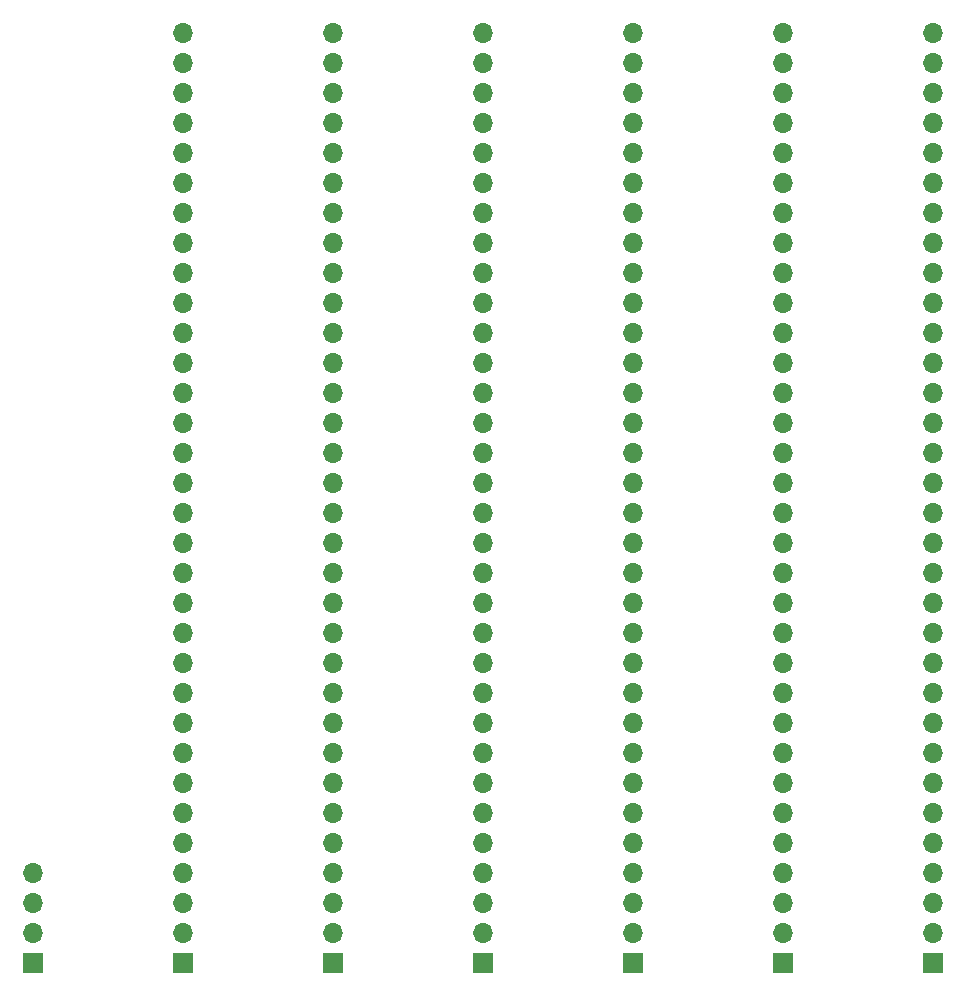
<source format=gbr>
%TF.GenerationSoftware,KiCad,Pcbnew,7.0.5*%
%TF.CreationDate,2023-06-09T17:15:13+02:00*%
%TF.ProjectId,Sorbus-backplane,536f7262-7573-42d6-9261-636b706c616e,rev?*%
%TF.SameCoordinates,Original*%
%TF.FileFunction,Soldermask,Bot*%
%TF.FilePolarity,Negative*%
%FSLAX46Y46*%
G04 Gerber Fmt 4.6, Leading zero omitted, Abs format (unit mm)*
G04 Created by KiCad (PCBNEW 7.0.5) date 2023-06-09 17:15:13*
%MOMM*%
%LPD*%
G01*
G04 APERTURE LIST*
%ADD10R,1.700000X1.700000*%
%ADD11O,1.700000X1.700000*%
G04 APERTURE END LIST*
D10*
%TO.C,J6*%
X152400000Y-127000000D03*
D11*
X152400000Y-124460000D03*
X152400000Y-121920000D03*
X152400000Y-119380000D03*
X152400000Y-116840000D03*
X152400000Y-114300000D03*
X152400000Y-111760000D03*
X152400000Y-109220000D03*
X152400000Y-106680000D03*
X152400000Y-104140000D03*
X152400000Y-101600000D03*
X152400000Y-99060000D03*
X152400000Y-96520000D03*
X152400000Y-93980000D03*
X152400000Y-91440000D03*
X152400000Y-88900000D03*
X152400000Y-86360000D03*
X152400000Y-83820000D03*
X152400000Y-81280000D03*
X152400000Y-78740000D03*
X152400000Y-76200000D03*
X152400000Y-73660000D03*
X152400000Y-71120000D03*
X152400000Y-68580000D03*
X152400000Y-66040000D03*
X152400000Y-63500000D03*
X152400000Y-60960000D03*
X152400000Y-58420000D03*
X152400000Y-55880000D03*
X152400000Y-53340000D03*
X152400000Y-50800000D03*
X152400000Y-48260000D03*
%TD*%
D10*
%TO.C,J4*%
X127000000Y-127000000D03*
D11*
X127000000Y-124460000D03*
X127000000Y-121920000D03*
X127000000Y-119380000D03*
X127000000Y-116840000D03*
X127000000Y-114300000D03*
X127000000Y-111760000D03*
X127000000Y-109220000D03*
X127000000Y-106680000D03*
X127000000Y-104140000D03*
X127000000Y-101600000D03*
X127000000Y-99060000D03*
X127000000Y-96520000D03*
X127000000Y-93980000D03*
X127000000Y-91440000D03*
X127000000Y-88900000D03*
X127000000Y-86360000D03*
X127000000Y-83820000D03*
X127000000Y-81280000D03*
X127000000Y-78740000D03*
X127000000Y-76200000D03*
X127000000Y-73660000D03*
X127000000Y-71120000D03*
X127000000Y-68580000D03*
X127000000Y-66040000D03*
X127000000Y-63500000D03*
X127000000Y-60960000D03*
X127000000Y-58420000D03*
X127000000Y-55880000D03*
X127000000Y-53340000D03*
X127000000Y-50800000D03*
X127000000Y-48260000D03*
%TD*%
D10*
%TO.C,J1*%
X88900000Y-127000000D03*
D11*
X88900000Y-124460000D03*
X88900000Y-121920000D03*
X88900000Y-119380000D03*
X88900000Y-116840000D03*
X88900000Y-114300000D03*
X88900000Y-111760000D03*
X88900000Y-109220000D03*
X88900000Y-106680000D03*
X88900000Y-104140000D03*
X88900000Y-101600000D03*
X88900000Y-99060000D03*
X88900000Y-96520000D03*
X88900000Y-93980000D03*
X88900000Y-91440000D03*
X88900000Y-88900000D03*
X88900000Y-86360000D03*
X88900000Y-83820000D03*
X88900000Y-81280000D03*
X88900000Y-78740000D03*
X88900000Y-76200000D03*
X88900000Y-73660000D03*
X88900000Y-71120000D03*
X88900000Y-68580000D03*
X88900000Y-66040000D03*
X88900000Y-63500000D03*
X88900000Y-60960000D03*
X88900000Y-58420000D03*
X88900000Y-55880000D03*
X88900000Y-53340000D03*
X88900000Y-50800000D03*
X88900000Y-48260000D03*
%TD*%
D10*
%TO.C,J5*%
X139700000Y-127000000D03*
D11*
X139700000Y-124460000D03*
X139700000Y-121920000D03*
X139700000Y-119380000D03*
X139700000Y-116840000D03*
X139700000Y-114300000D03*
X139700000Y-111760000D03*
X139700000Y-109220000D03*
X139700000Y-106680000D03*
X139700000Y-104140000D03*
X139700000Y-101600000D03*
X139700000Y-99060000D03*
X139700000Y-96520000D03*
X139700000Y-93980000D03*
X139700000Y-91440000D03*
X139700000Y-88900000D03*
X139700000Y-86360000D03*
X139700000Y-83820000D03*
X139700000Y-81280000D03*
X139700000Y-78740000D03*
X139700000Y-76200000D03*
X139700000Y-73660000D03*
X139700000Y-71120000D03*
X139700000Y-68580000D03*
X139700000Y-66040000D03*
X139700000Y-63500000D03*
X139700000Y-60960000D03*
X139700000Y-58420000D03*
X139700000Y-55880000D03*
X139700000Y-53340000D03*
X139700000Y-50800000D03*
X139700000Y-48260000D03*
%TD*%
D10*
%TO.C,J7*%
X76200000Y-127000000D03*
D11*
X76200000Y-124460000D03*
X76200000Y-121920000D03*
X76200000Y-119380000D03*
%TD*%
D10*
%TO.C,J2*%
X101600000Y-127000000D03*
D11*
X101600000Y-124460000D03*
X101600000Y-121920000D03*
X101600000Y-119380000D03*
X101600000Y-116840000D03*
X101600000Y-114300000D03*
X101600000Y-111760000D03*
X101600000Y-109220000D03*
X101600000Y-106680000D03*
X101600000Y-104140000D03*
X101600000Y-101600000D03*
X101600000Y-99060000D03*
X101600000Y-96520000D03*
X101600000Y-93980000D03*
X101600000Y-91440000D03*
X101600000Y-88900000D03*
X101600000Y-86360000D03*
X101600000Y-83820000D03*
X101600000Y-81280000D03*
X101600000Y-78740000D03*
X101600000Y-76200000D03*
X101600000Y-73660000D03*
X101600000Y-71120000D03*
X101600000Y-68580000D03*
X101600000Y-66040000D03*
X101600000Y-63500000D03*
X101600000Y-60960000D03*
X101600000Y-58420000D03*
X101600000Y-55880000D03*
X101600000Y-53340000D03*
X101600000Y-50800000D03*
X101600000Y-48260000D03*
%TD*%
D10*
%TO.C,J3*%
X114300000Y-127000000D03*
D11*
X114300000Y-124460000D03*
X114300000Y-121920000D03*
X114300000Y-119380000D03*
X114300000Y-116840000D03*
X114300000Y-114300000D03*
X114300000Y-111760000D03*
X114300000Y-109220000D03*
X114300000Y-106680000D03*
X114300000Y-104140000D03*
X114300000Y-101600000D03*
X114300000Y-99060000D03*
X114300000Y-96520000D03*
X114300000Y-93980000D03*
X114300000Y-91440000D03*
X114300000Y-88900000D03*
X114300000Y-86360000D03*
X114300000Y-83820000D03*
X114300000Y-81280000D03*
X114300000Y-78740000D03*
X114300000Y-76200000D03*
X114300000Y-73660000D03*
X114300000Y-71120000D03*
X114300000Y-68580000D03*
X114300000Y-66040000D03*
X114300000Y-63500000D03*
X114300000Y-60960000D03*
X114300000Y-58420000D03*
X114300000Y-55880000D03*
X114300000Y-53340000D03*
X114300000Y-50800000D03*
X114300000Y-48260000D03*
%TD*%
M02*

</source>
